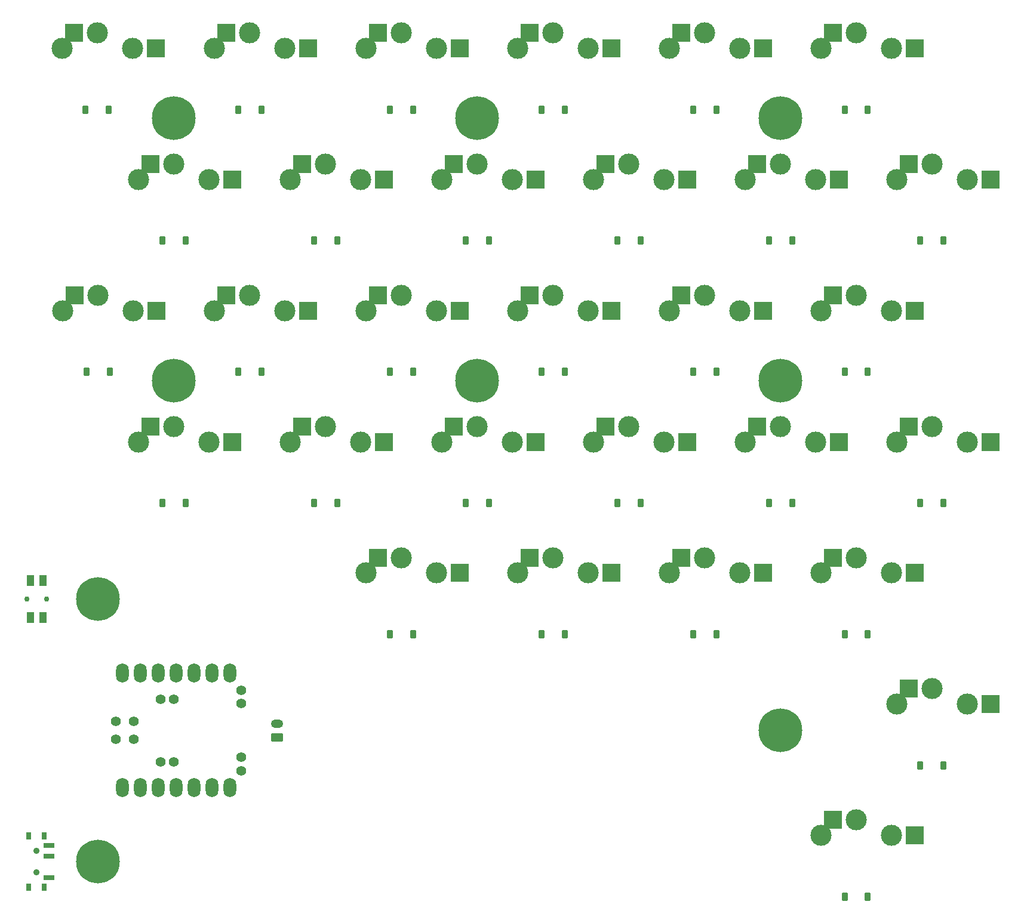
<source format=gbs>
%TF.GenerationSoftware,KiCad,Pcbnew,7.0.9*%
%TF.CreationDate,2024-02-04T22:05:16+05:30*%
%TF.ProjectId,Reversible Keyboard,52657665-7273-4696-926c-65204b657962,rev?*%
%TF.SameCoordinates,Original*%
%TF.FileFunction,Soldermask,Bot*%
%TF.FilePolarity,Negative*%
%FSLAX46Y46*%
G04 Gerber Fmt 4.6, Leading zero omitted, Abs format (unit mm)*
G04 Created by KiCad (PCBNEW 7.0.9) date 2024-02-04 22:05:16*
%MOMM*%
%LPD*%
G01*
G04 APERTURE LIST*
G04 Aperture macros list*
%AMRoundRect*
0 Rectangle with rounded corners*
0 $1 Rounding radius*
0 $2 $3 $4 $5 $6 $7 $8 $9 X,Y pos of 4 corners*
0 Add a 4 corners polygon primitive as box body*
4,1,4,$2,$3,$4,$5,$6,$7,$8,$9,$2,$3,0*
0 Add four circle primitives for the rounded corners*
1,1,$1+$1,$2,$3*
1,1,$1+$1,$4,$5*
1,1,$1+$1,$6,$7*
1,1,$1+$1,$8,$9*
0 Add four rect primitives between the rounded corners*
20,1,$1+$1,$2,$3,$4,$5,0*
20,1,$1+$1,$4,$5,$6,$7,0*
20,1,$1+$1,$6,$7,$8,$9,0*
20,1,$1+$1,$8,$9,$2,$3,0*%
G04 Aperture macros list end*
%ADD10RoundRect,0.250000X0.625000X-0.350000X0.625000X0.350000X-0.625000X0.350000X-0.625000X-0.350000X0*%
%ADD11O,1.750000X1.200000*%
%ADD12C,3.000000*%
%ADD13R,2.600000X2.600000*%
%ADD14C,6.200000*%
%ADD15C,1.397000*%
%ADD16RoundRect,0.225000X-0.225000X-0.375000X0.225000X-0.375000X0.225000X0.375000X-0.225000X0.375000X0*%
%ADD17O,1.800000X2.750000*%
%ADD18C,0.750000*%
%ADD19R,1.000000X1.550000*%
%ADD20R,0.800000X1.000000*%
%ADD21C,0.900000*%
%ADD22R,1.500000X0.700000*%
G04 APERTURE END LIST*
D10*
%TO.C,BT1*%
X79111058Y-137573846D03*
D11*
X79111058Y-135573846D03*
%TD*%
D12*
%TO.C,S26*%
X123250000Y-114223880D03*
X118250000Y-112023880D03*
X113250000Y-114223880D03*
D13*
X126550000Y-114223880D03*
X114950000Y-112023880D03*
%TD*%
D12*
%TO.C,S3*%
X101750000Y-39745640D03*
X96750000Y-37545640D03*
X91750000Y-39745640D03*
D13*
X105050000Y-39745640D03*
X93450000Y-37545640D03*
%TD*%
D12*
%TO.C,S22*%
X134000000Y-95604320D03*
X129000000Y-93404320D03*
X124000000Y-95604320D03*
D13*
X137300000Y-95604320D03*
X125700000Y-93404320D03*
%TD*%
D12*
%TO.C,S10*%
X134000000Y-58365200D03*
X129000000Y-56165200D03*
X124000000Y-58365200D03*
D13*
X137300000Y-58365200D03*
X125700000Y-56165200D03*
%TD*%
D12*
%TO.C,S24*%
X177000000Y-95604320D03*
X172000000Y-93404320D03*
X167000000Y-95604320D03*
D13*
X180300000Y-95604320D03*
X168700000Y-93404320D03*
%TD*%
D14*
%TO.C,H6*%
X150500224Y-86891280D03*
%TD*%
D12*
%TO.C,S29*%
X177000000Y-132843440D03*
X172000000Y-130643440D03*
X167000000Y-132843440D03*
D13*
X180300000Y-132843440D03*
X168700000Y-130643440D03*
%TD*%
D12*
%TO.C,S17*%
X144750000Y-76984760D03*
X139750000Y-74784760D03*
X134750000Y-76984760D03*
D13*
X148050000Y-76984760D03*
X136450000Y-74784760D03*
%TD*%
D12*
%TO.C,S18*%
X166250000Y-76984760D03*
X161250000Y-74784760D03*
X156250000Y-76984760D03*
D13*
X169550000Y-76984760D03*
X157950000Y-74784760D03*
%TD*%
D14*
%TO.C,H1*%
X64500096Y-49652160D03*
%TD*%
D12*
%TO.C,S14*%
X80250000Y-76984760D03*
X75250000Y-74784760D03*
X70250000Y-76984760D03*
D13*
X83550000Y-76984760D03*
X71950000Y-74784760D03*
%TD*%
D14*
%TO.C,H9*%
X150500224Y-136543440D03*
%TD*%
D12*
%TO.C,S23*%
X155500000Y-95604320D03*
X150500000Y-93404320D03*
X145500000Y-95604320D03*
D13*
X158800000Y-95604320D03*
X147200000Y-93404320D03*
%TD*%
D14*
%TO.C,H7*%
X53750080Y-117923880D03*
%TD*%
D12*
%TO.C,S11*%
X155500000Y-58365200D03*
X150500000Y-56165200D03*
X145500000Y-58365200D03*
D13*
X158800000Y-58365200D03*
X147200000Y-56165200D03*
%TD*%
D12*
%TO.C,S21*%
X112500000Y-95604320D03*
X107500000Y-93404320D03*
X102500000Y-95604320D03*
D13*
X115800000Y-95604320D03*
X104200000Y-93404320D03*
%TD*%
D12*
%TO.C,S19*%
X69500000Y-95604320D03*
X64500000Y-93404320D03*
X59500000Y-95604320D03*
D13*
X72800000Y-95604320D03*
X61200000Y-93404320D03*
%TD*%
D12*
%TO.C,S5*%
X144750000Y-39745640D03*
X139750000Y-37545640D03*
X134750000Y-39745640D03*
D13*
X148050000Y-39745640D03*
X136450000Y-37545640D03*
%TD*%
D14*
%TO.C,H5*%
X150500224Y-49652160D03*
%TD*%
D12*
%TO.C,S6*%
X166250000Y-39745640D03*
X161250000Y-37545640D03*
X156250000Y-39745640D03*
D13*
X169550000Y-39745640D03*
X157950000Y-37545640D03*
%TD*%
D12*
%TO.C,S9*%
X112500000Y-58365200D03*
X107500000Y-56165200D03*
X102500000Y-58365200D03*
D13*
X115800000Y-58365200D03*
X104200000Y-56165200D03*
%TD*%
D12*
%TO.C,S27*%
X144750000Y-114223880D03*
X139750000Y-112023880D03*
X134750000Y-114223880D03*
D13*
X148050000Y-114223880D03*
X136450000Y-112023880D03*
%TD*%
D12*
%TO.C,S28*%
X166250000Y-114223880D03*
X161250000Y-112023880D03*
X156250000Y-114223880D03*
D13*
X169550000Y-114223880D03*
X157950000Y-112023880D03*
%TD*%
D14*
%TO.C,H8*%
X53750080Y-155163000D03*
%TD*%
D12*
%TO.C,S30*%
X166250000Y-151463000D03*
X161250000Y-149263000D03*
X156250000Y-151463000D03*
D13*
X169550000Y-151463000D03*
X157950000Y-149263000D03*
%TD*%
D12*
%TO.C,S25*%
X101750000Y-114223880D03*
X96750000Y-112023880D03*
X91750000Y-114223880D03*
D13*
X105050000Y-114223880D03*
X93450000Y-112023880D03*
%TD*%
D12*
%TO.C,S20*%
X91000000Y-95604320D03*
X86000000Y-93404320D03*
X81000000Y-95604320D03*
D13*
X94300000Y-95604320D03*
X82700000Y-93404320D03*
%TD*%
D14*
%TO.C,H3*%
X107500160Y-49652160D03*
%TD*%
%TO.C,H2*%
X64500096Y-86891280D03*
%TD*%
D12*
%TO.C,S15*%
X101750000Y-76984760D03*
X96750000Y-74784760D03*
X91750000Y-76984760D03*
D13*
X105050000Y-76984760D03*
X93450000Y-74784760D03*
%TD*%
D12*
%TO.C,S12*%
X177000000Y-58365200D03*
X172000000Y-56165200D03*
X167000000Y-58365200D03*
D13*
X180300000Y-58365200D03*
X168700000Y-56165200D03*
%TD*%
D12*
%TO.C,S7*%
X69500000Y-58365200D03*
X64500000Y-56165200D03*
X59500000Y-58365200D03*
D13*
X72800000Y-58365200D03*
X61200000Y-56165200D03*
%TD*%
D14*
%TO.C,H4*%
X107500160Y-86891280D03*
%TD*%
D12*
%TO.C,S13*%
X58750000Y-76984760D03*
X53750000Y-74784760D03*
X48750000Y-76984760D03*
D13*
X62050000Y-76984760D03*
X50450000Y-74784760D03*
%TD*%
D12*
%TO.C,S2*%
X80250000Y-39745640D03*
X75250000Y-37545640D03*
X70250000Y-39745640D03*
D13*
X83550000Y-39745640D03*
X71950000Y-37545640D03*
%TD*%
D12*
%TO.C,S4*%
X123250000Y-39745640D03*
X118250000Y-37545640D03*
X113250000Y-39745640D03*
D13*
X126550000Y-39745640D03*
X114950000Y-37545640D03*
%TD*%
D15*
%TO.C,U2*%
X64519034Y-140988440D03*
X62614034Y-140988440D03*
X74044034Y-132733440D03*
X74044034Y-130828440D03*
%TD*%
D12*
%TO.C,S1*%
X58625000Y-39745640D03*
X53625000Y-37545640D03*
X48625000Y-39745640D03*
D13*
X61925000Y-39745640D03*
X50325000Y-37545640D03*
%TD*%
D12*
%TO.C,S8*%
X91000000Y-58365200D03*
X86000000Y-56165200D03*
X81000000Y-58365200D03*
D13*
X94300000Y-58365200D03*
X82700000Y-56165200D03*
%TD*%
D12*
%TO.C,S16*%
X123250000Y-76984760D03*
X118250000Y-74784760D03*
X113250000Y-76984760D03*
D13*
X126550000Y-76984760D03*
X114950000Y-74784760D03*
%TD*%
D16*
%TO.C,D56*%
X159600000Y-122923880D03*
X162900000Y-122923880D03*
%TD*%
%TO.C,D58*%
X170350000Y-141543440D03*
X173650000Y-141543440D03*
%TD*%
%TO.C,D16*%
X84350000Y-67065200D03*
X87650000Y-67065200D03*
%TD*%
%TO.C,D28*%
X73600000Y-85684760D03*
X76900000Y-85684760D03*
%TD*%
%TO.C,D38*%
X62850000Y-104304320D03*
X66150000Y-104304320D03*
%TD*%
%TO.C,D4*%
X73600000Y-48445640D03*
X76900000Y-48445640D03*
%TD*%
%TO.C,D44*%
X127350000Y-104304320D03*
X130650000Y-104304320D03*
%TD*%
D17*
%TO.C,U1*%
X57216034Y-128448480D03*
X59756034Y-128448480D03*
X62296034Y-128448480D03*
X64836034Y-128448480D03*
X67376034Y-128448480D03*
X69916034Y-128448480D03*
X72456034Y-128448480D03*
X72456034Y-144638400D03*
X69916034Y-144638400D03*
X67376034Y-144638400D03*
X64836034Y-144638400D03*
X62296034Y-144638400D03*
X59756034Y-144638400D03*
X57216034Y-144638400D03*
D15*
X56264034Y-135273440D03*
X56264034Y-137813440D03*
X58804034Y-135273440D03*
X58804034Y-137813440D03*
X64519034Y-132098440D03*
X62614034Y-132098440D03*
X74044034Y-140353440D03*
X74044034Y-142258440D03*
%TD*%
D16*
%TO.C,D2*%
X51975000Y-48445640D03*
X55275000Y-48445640D03*
%TD*%
D18*
%TO.C,SW2*%
X46421940Y-117923880D03*
X43671940Y-117923880D03*
D19*
X44196940Y-115298880D03*
X44196940Y-120548880D03*
X45896940Y-115298880D03*
X45896940Y-120548880D03*
%TD*%
D16*
%TO.C,D50*%
X95100000Y-122923880D03*
X98400000Y-122923880D03*
%TD*%
%TO.C,D18*%
X105850000Y-67065200D03*
X109150000Y-67065200D03*
%TD*%
%TO.C,D8*%
X116600000Y-48445640D03*
X119900000Y-48445640D03*
%TD*%
%TO.C,D24*%
X170350000Y-67065200D03*
X173650000Y-67065200D03*
%TD*%
%TO.C,D52*%
X116600000Y-122923880D03*
X119900000Y-122923880D03*
%TD*%
%TO.C,D40*%
X84350000Y-104304320D03*
X87650000Y-104304320D03*
%TD*%
%TO.C,D30*%
X95100000Y-85684760D03*
X98400000Y-85684760D03*
%TD*%
%TO.C,D36*%
X159600000Y-85684760D03*
X162900000Y-85684760D03*
%TD*%
D20*
%TO.C,SW4*%
X43921630Y-158813000D03*
X46131630Y-158813000D03*
D21*
X45021630Y-156663000D03*
X45021630Y-153663000D03*
D20*
X43921630Y-151513000D03*
X46131630Y-151513000D03*
D22*
X46781630Y-157413000D03*
X46781630Y-154413000D03*
X46781630Y-152913000D03*
%TD*%
D16*
%TO.C,D22*%
X148850000Y-67065200D03*
X152150000Y-67065200D03*
%TD*%
%TO.C,D60*%
X159600000Y-160163000D03*
X162900000Y-160163000D03*
%TD*%
%TO.C,D26*%
X52100000Y-85684760D03*
X55400000Y-85684760D03*
%TD*%
%TO.C,D10*%
X138100000Y-48445640D03*
X141400000Y-48445640D03*
%TD*%
%TO.C,D54*%
X138100000Y-122923880D03*
X141400000Y-122923880D03*
%TD*%
%TO.C,D46*%
X148850000Y-104304320D03*
X152150000Y-104304320D03*
%TD*%
%TO.C,D34*%
X138100000Y-85684760D03*
X141400000Y-85684760D03*
%TD*%
%TO.C,D14*%
X62850000Y-67065200D03*
X66150000Y-67065200D03*
%TD*%
%TO.C,D20*%
X127350000Y-67065200D03*
X130650000Y-67065200D03*
%TD*%
%TO.C,D32*%
X116600000Y-85684760D03*
X119900000Y-85684760D03*
%TD*%
%TO.C,D6*%
X95100000Y-48445640D03*
X98400000Y-48445640D03*
%TD*%
%TO.C,D12*%
X159600000Y-48445640D03*
X162900000Y-48445640D03*
%TD*%
%TO.C,D42*%
X105850000Y-104304320D03*
X109150000Y-104304320D03*
%TD*%
%TO.C,D48*%
X170350000Y-104304320D03*
X173650000Y-104304320D03*
%TD*%
M02*

</source>
